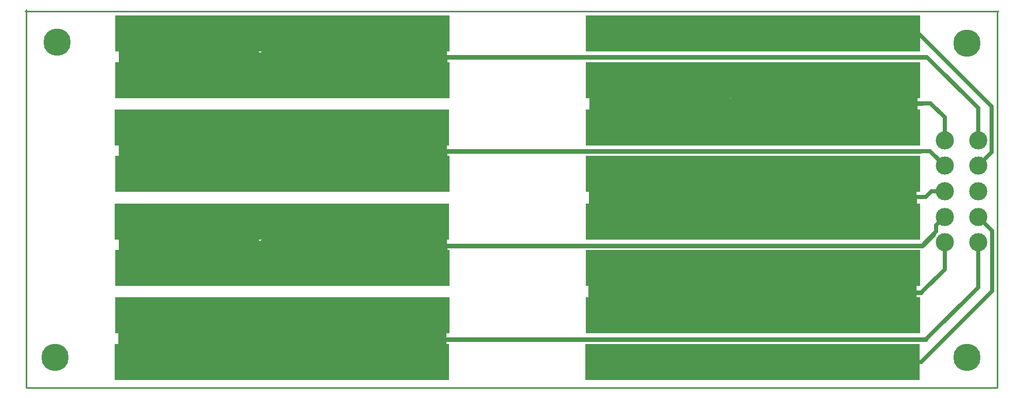
<source format=gtl>
G04 #@! TF.FileFunction,Copper,L1,Top,Signal*
%FSLAX46Y46*%
G04 Gerber Fmt 4.6, Leading zero omitted, Abs format (unit mm)*
G04 Created by KiCad (PCBNEW 4.0.4-stable) date 05/23/18 22:13:55*
%MOMM*%
%LPD*%
G01*
G04 APERTURE LIST*
%ADD10C,0.100000*%
%ADD11C,4.500000*%
%ADD12R,55.000000X6.000000*%
%ADD13C,4.300000*%
%ADD14C,3.000000*%
%ADD15C,0.750000*%
%ADD16C,0.700000*%
%ADD17C,0.250000*%
%ADD18C,5.000000*%
G04 APERTURE END LIST*
D10*
D11*
X154905700Y-5165100D03*
D12*
X42170300Y-19024600D03*
D13*
X51229300Y-19024600D03*
X33111300Y-18897600D03*
X18111300Y-18897600D03*
X25611300Y-18897600D03*
X66229300Y-19024600D03*
X58729300Y-19024600D03*
D12*
X42146700Y-57673700D03*
D13*
X51205700Y-57673700D03*
X33087700Y-57546700D03*
X18087700Y-57546700D03*
X25587700Y-57546700D03*
X66205700Y-57673700D03*
X58705700Y-57673700D03*
D12*
X42197500Y-49974500D03*
D13*
X51256500Y-49974500D03*
X33138500Y-49847500D03*
X18138500Y-49847500D03*
X25638500Y-49847500D03*
X66256500Y-49974500D03*
X58756500Y-49974500D03*
D12*
X42226800Y-42205100D03*
D13*
X51285800Y-42205100D03*
X33167800Y-42078100D03*
X18167800Y-42078100D03*
X25667800Y-42078100D03*
X66285800Y-42205100D03*
X58785800Y-42205100D03*
D12*
X42176000Y-34556700D03*
D13*
X51235000Y-34556700D03*
X33117000Y-34429700D03*
X18117000Y-34429700D03*
X25617000Y-34429700D03*
X66235000Y-34556700D03*
X58735000Y-34556700D03*
D12*
X42221100Y-26670000D03*
D13*
X51280100Y-26670000D03*
X33162100Y-26543000D03*
X18162100Y-26543000D03*
X25662100Y-26543000D03*
X66280100Y-26670000D03*
X58780100Y-26670000D03*
D12*
X119706500Y-11280600D03*
D13*
X128765500Y-11280600D03*
X110647500Y-11153600D03*
X95647500Y-11153600D03*
X103147500Y-11153600D03*
X143765500Y-11280600D03*
X136265500Y-11280600D03*
D12*
X119706500Y-3556500D03*
D13*
X128765500Y-3556500D03*
X110647500Y-3429500D03*
X95647500Y-3429500D03*
X103147500Y-3429500D03*
X143765500Y-3556500D03*
X136265500Y-3556500D03*
D12*
X119646700Y-57673700D03*
D13*
X128705700Y-57673700D03*
X110587700Y-57546700D03*
X95587700Y-57546700D03*
X103087700Y-57546700D03*
X143705700Y-57673700D03*
X136205700Y-57673700D03*
D12*
X119697500Y-49974500D03*
D13*
X128756500Y-49974500D03*
X110638500Y-49847500D03*
X95638500Y-49847500D03*
X103138500Y-49847500D03*
X143756500Y-49974500D03*
X136256500Y-49974500D03*
D12*
X119726800Y-42205100D03*
D13*
X128785800Y-42205100D03*
X110667800Y-42078100D03*
X95667800Y-42078100D03*
X103167800Y-42078100D03*
X143785800Y-42205100D03*
X136285800Y-42205100D03*
D12*
X119676000Y-34556700D03*
D13*
X128735000Y-34556700D03*
X110617000Y-34429700D03*
X95617000Y-34429700D03*
X103117000Y-34429700D03*
X143735000Y-34556700D03*
X136235000Y-34556700D03*
D12*
X119721100Y-26670000D03*
D13*
X128780100Y-26670000D03*
X110662100Y-26543000D03*
X95662100Y-26543000D03*
X103162100Y-26543000D03*
X143780100Y-26670000D03*
X136280100Y-26670000D03*
D12*
X119670300Y-19024600D03*
D13*
X128729300Y-19024600D03*
X110611300Y-18897600D03*
X95611300Y-18897600D03*
X103111300Y-18897600D03*
X143729300Y-19024600D03*
X136229300Y-19024600D03*
D12*
X42206500Y-11280600D03*
D13*
X51265500Y-11280600D03*
X33147500Y-11153600D03*
X18147500Y-11153600D03*
X25647500Y-11153600D03*
X66265500Y-11280600D03*
X58765500Y-11280600D03*
D12*
X42206500Y-3556500D03*
D13*
X51265500Y-3556500D03*
X33147500Y-3429500D03*
X18147500Y-3429500D03*
X25647500Y-3429500D03*
X66265500Y-3556500D03*
X58765500Y-3556500D03*
D11*
X5114300Y-5025400D03*
X4847600Y-56937900D03*
X154905700Y-56937900D03*
D14*
X151243400Y-37952900D03*
X156743400Y-37952900D03*
X156743400Y-33752900D03*
X151243400Y-33752900D03*
X156743400Y-29552900D03*
X151243400Y-29552900D03*
X156743400Y-25352900D03*
X151243400Y-25352900D03*
X156743400Y-21152900D03*
X151243400Y-21152900D03*
D15*
X62547771Y-38485232D02*
X147589002Y-38485232D01*
X147589002Y-38485232D02*
X149420844Y-36653390D01*
D16*
X147950768Y-38017396D02*
X149845127Y-36123037D01*
X149845127Y-36123037D02*
X149845127Y-35151173D01*
X149845127Y-35151173D02*
X151243400Y-33752900D01*
X119706500Y-3556500D02*
X146978350Y-3556500D01*
X146978350Y-3556500D02*
X158967196Y-15545346D01*
X158967196Y-15545346D02*
X158967196Y-23129104D01*
X158967196Y-23129104D02*
X156743400Y-25352900D01*
X147387167Y-57673700D02*
X143705700Y-57673700D01*
X159073266Y-45987601D02*
X147387167Y-57673700D01*
X159073266Y-36082766D02*
X159073266Y-45987601D01*
X156743400Y-33752900D02*
X159073266Y-36082766D01*
X156743400Y-37952900D02*
X156743400Y-45352861D01*
X156743400Y-45352861D02*
X148152724Y-53943537D01*
D15*
X147408900Y-46253400D02*
X141423400Y-46253400D01*
D16*
X151243400Y-37952900D02*
X151243400Y-42418900D01*
X151243400Y-42418900D02*
X147408900Y-46253400D01*
X151243400Y-29552900D02*
X149122080Y-29552900D01*
X149122080Y-29552900D02*
X148168056Y-30506924D01*
X148168056Y-30506924D02*
X144126724Y-30506924D01*
D15*
X139405803Y-31731200D02*
X140345592Y-30791411D01*
D16*
X147240196Y-22916510D02*
X148807010Y-22916510D01*
X148807010Y-22916510D02*
X151243400Y-25352900D01*
X147586840Y-15076941D02*
X148952439Y-15076941D01*
X148952439Y-15076941D02*
X151243400Y-17367902D01*
X151243400Y-17367902D02*
X151243400Y-21152900D01*
X151243400Y-28399241D02*
X151243400Y-29552900D01*
X148121488Y-7440770D02*
X148316926Y-7440770D01*
X148316926Y-7440770D02*
X156743400Y-15867244D01*
X156743400Y-15867244D02*
X156743400Y-21152900D01*
D17*
X25400Y-61899800D02*
X25400Y304800D01*
X159943800Y-61899800D02*
X25400Y-61899800D01*
X159943800Y114300D02*
X160070800Y114300D01*
X153517222Y114300D02*
X159943800Y114300D01*
X159943800Y114300D02*
X159943800Y-61899800D01*
X69717902Y114300D02*
X153517222Y114300D01*
X-114300Y114300D02*
X69717902Y114300D01*
D18*
X63690934Y-22182952D02*
X61749986Y-24123900D01*
X61749986Y-24123900D02*
X39726833Y-24123900D01*
X39726833Y-24123900D02*
X37731987Y-22129054D01*
X63551234Y-52243852D02*
X61610286Y-54184800D01*
X66699253Y-53282453D02*
X66699253Y-56109840D01*
X66644024Y-50255630D02*
X66644024Y-53227224D01*
X61610286Y-54184800D02*
X39932500Y-54184800D01*
X17656442Y-49813803D02*
X17656442Y-56496439D01*
X20630580Y-53522301D02*
X36204882Y-53522301D01*
X63690934Y-37689652D02*
X61749986Y-39630600D01*
X66838953Y-38728253D02*
X66838953Y-41555640D01*
X66783724Y-35701430D02*
X66783724Y-38673024D01*
X61749986Y-39630600D02*
X40072200Y-39630600D01*
X17796142Y-35259603D02*
X17796142Y-41942239D01*
X20770280Y-38968101D02*
X36344582Y-38968101D01*
X66838953Y-23221553D02*
X66838953Y-26048940D01*
X66783724Y-20194730D02*
X66783724Y-23166324D01*
X17796142Y-19752903D02*
X17796142Y-26435539D01*
X20770280Y-23461401D02*
X36344582Y-23461401D01*
X63690934Y-6663552D02*
X61749986Y-8604500D01*
X66838953Y-7702153D02*
X66838953Y-10529540D01*
X66783724Y-4675330D02*
X66783724Y-7646924D01*
X61749986Y-8604500D02*
X40072200Y-8604500D01*
X17796142Y-4233503D02*
X17796142Y-10916139D01*
X20770280Y-7942001D02*
X36344582Y-7942001D01*
D15*
X62762193Y-22916510D02*
X147240196Y-22916510D01*
X62201023Y-7247080D02*
X62394713Y-7440770D01*
X62394713Y-7440770D02*
X148121488Y-7440770D01*
D18*
X144063224Y-43118230D02*
X144063224Y-46089824D01*
X144118453Y-46145053D02*
X144118453Y-48972440D01*
X95075642Y-42676403D02*
X95075642Y-49359039D01*
X98049780Y-46384901D02*
X113624082Y-46384901D01*
X139029486Y-47047400D02*
X117351700Y-47047400D01*
X140970434Y-45106452D02*
X139029486Y-47047400D01*
X95139142Y-27093503D02*
X95139142Y-33776139D01*
X98113280Y-30802001D02*
X113687582Y-30802001D01*
X141229243Y-33389540D02*
X141220200Y-33380497D01*
X144181953Y-30562153D02*
X144181953Y-33389540D01*
X144126724Y-27535330D02*
X144126724Y-30506924D01*
X141033934Y-29523552D02*
X139092986Y-31464500D01*
X139092986Y-31464500D02*
X117415200Y-31464500D01*
X95958711Y-11186334D02*
X95240742Y-11904303D01*
X98214880Y-15612801D02*
X113789182Y-15612801D01*
X95240742Y-11904303D02*
X95240742Y-18586939D01*
X95240742Y-18586939D02*
X98214880Y-15612801D01*
X113789182Y-15612801D02*
X117516800Y-19340419D01*
X141135534Y-14334352D02*
X139194586Y-16275300D01*
X139194586Y-16275300D02*
X117516800Y-16275300D01*
X144228324Y-12346130D02*
X144228324Y-15317724D01*
X141330843Y-18200340D02*
X141321800Y-18191297D01*
X144228324Y-15317724D02*
X144283553Y-15372953D01*
X144283553Y-15372953D02*
X144283553Y-18200340D01*
X144283553Y-18200340D02*
X141330843Y-18200340D01*
D15*
X148152724Y-53943537D02*
X63091466Y-53943537D01*
X141301000Y-3699000D02*
X146919297Y-3699000D01*
X139405803Y-16275300D02*
X140604162Y-15076941D01*
X140604162Y-15076941D02*
X147586840Y-15076941D01*
M02*

</source>
